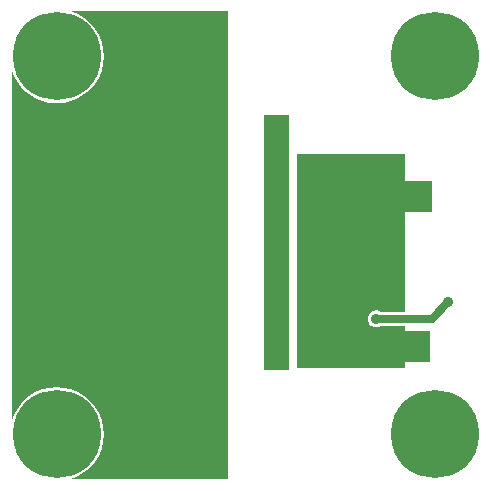
<source format=gbr>
G04 start of page 3 for group 1 idx 1 *
G04 Title: (unknown), solder *
G04 Creator: pcb 4.0.2 *
G04 CreationDate: Mon Aug 16 01:27:01 2021 UTC *
G04 For: ndholmes *
G04 Format: Gerber/RS-274X *
G04 PCB-Dimensions (mil): 1600.00 1600.00 *
G04 PCB-Coordinate-Origin: lower left *
%MOIN*%
%FSLAX25Y25*%
%LNBOTTOM*%
%ADD23C,0.1285*%
%ADD22C,0.0200*%
%ADD21C,0.0360*%
%ADD20C,0.2937*%
%ADD19C,0.0250*%
%ADD18C,0.0001*%
G54D18*G36*
X21705Y158000D02*X74000D01*
Y2000D01*
X21705D01*
X21862Y2038D01*
X24142Y2982D01*
X26247Y4272D01*
X28124Y5876D01*
X29728Y7753D01*
X31018Y9858D01*
X31962Y12138D01*
X32539Y14539D01*
X32684Y17000D01*
X32539Y19461D01*
X31962Y21862D01*
X31018Y24142D01*
X29728Y26247D01*
X28124Y28124D01*
X26247Y29728D01*
X24142Y31018D01*
X21862Y31962D01*
X19461Y32539D01*
X17000Y32732D01*
X14539Y32539D01*
X12138Y31962D01*
X9858Y31018D01*
X7753Y29728D01*
X5876Y28124D01*
X4272Y26247D01*
X2982Y24142D01*
X2038Y21862D01*
X2000Y21705D01*
Y138295D01*
X2038Y138138D01*
X2982Y135858D01*
X4272Y133753D01*
X5876Y131876D01*
X7753Y130272D01*
X9858Y128982D01*
X12138Y128038D01*
X14539Y127461D01*
X17000Y127268D01*
X19461Y127461D01*
X21862Y128038D01*
X24142Y128982D01*
X26247Y130272D01*
X28124Y131876D01*
X29728Y133753D01*
X31018Y135858D01*
X31962Y138138D01*
X32539Y140539D01*
X32684Y143000D01*
X32539Y145461D01*
X31962Y147862D01*
X31018Y150142D01*
X29728Y152247D01*
X28124Y154124D01*
X26247Y155728D01*
X24142Y157018D01*
X21862Y157962D01*
X21705Y158000D01*
G37*
G36*
X113000Y101500D02*X142000D01*
Y91000D01*
X113000D01*
Y101500D01*
G37*
G36*
X112500Y51500D02*X141500D01*
Y41000D01*
X112500D01*
Y51500D01*
G37*
G36*
X97000Y110500D02*X133000D01*
Y57750D01*
X125177D01*
X125151Y57772D01*
X124775Y58003D01*
X124368Y58171D01*
X123939Y58274D01*
X123500Y58309D01*
X123061Y58274D01*
X122632Y58171D01*
X122225Y58003D01*
X121849Y57772D01*
X121514Y57486D01*
X121228Y57151D01*
X120997Y56775D01*
X120829Y56368D01*
X120726Y55939D01*
X120691Y55500D01*
X120726Y55061D01*
X120829Y54632D01*
X120997Y54225D01*
X121228Y53849D01*
X121514Y53514D01*
X121849Y53228D01*
X122225Y52997D01*
X122632Y52829D01*
X123061Y52726D01*
X123500Y52691D01*
X123939Y52726D01*
X124368Y52829D01*
X124775Y52997D01*
X125151Y53228D01*
X125177Y53250D01*
X133000D01*
Y39000D01*
X97000D01*
Y110500D01*
G37*
G36*
X86000Y123500D02*X94500D01*
Y38500D01*
X86000D01*
Y123500D01*
G37*
G54D19*X129000Y55500D02*X142000D01*
X147500Y61000D01*
X130000Y55500D02*X123500D01*
G54D20*X143000Y143000D03*
X17000D03*
X143000Y17000D03*
X17000D03*
G54D21*X60500Y101000D03*
X138000Y94000D03*
X133000D03*
Y98500D03*
X138000Y44000D03*
X133000D03*
X88000Y43000D03*
X92500D03*
X133000Y48500D03*
X104500Y50500D03*
X99500D03*
X147500Y61000D03*
X123500Y55500D03*
X110000Y107500D03*
X105000D03*
X100000D03*
X90000Y77000D03*
Y71500D03*
X103000Y83000D03*
X90500Y121000D03*
Y114500D03*
X27000Y111500D03*
Y116000D03*
X40500Y72000D03*
X35500D03*
X25000Y61000D03*
Y65500D03*
X20500D03*
X22500Y116000D03*
X60500Y85000D03*
X61000Y50500D03*
X56000D03*
X55500Y101000D03*
G54D22*G54D23*M02*

</source>
